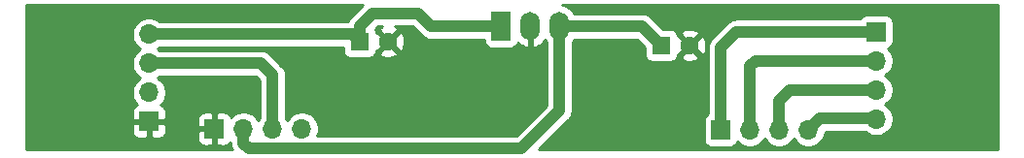
<source format=gbr>
%TF.GenerationSoftware,KiCad,Pcbnew,5.1.9+dfsg1-1*%
%TF.CreationDate,2021-05-21T09:47:45+02:00*%
%TF.ProjectId,single_din_bottom_rev_a,73696e67-6c65-45f6-9469-6e5f626f7474,rev?*%
%TF.SameCoordinates,Original*%
%TF.FileFunction,Copper,L1,Top*%
%TF.FilePolarity,Positive*%
%FSLAX46Y46*%
G04 Gerber Fmt 4.6, Leading zero omitted, Abs format (unit mm)*
G04 Created by KiCad (PCBNEW 5.1.9+dfsg1-1) date 2021-05-21 09:47:45*
%MOMM*%
%LPD*%
G01*
G04 APERTURE LIST*
%TA.AperFunction,ComponentPad*%
%ADD10O,1.700000X2.500000*%
%TD*%
%TA.AperFunction,ComponentPad*%
%ADD11R,1.700000X2.500000*%
%TD*%
%TA.AperFunction,ComponentPad*%
%ADD12O,1.700000X1.700000*%
%TD*%
%TA.AperFunction,ComponentPad*%
%ADD13R,1.700000X1.700000*%
%TD*%
%TA.AperFunction,ComponentPad*%
%ADD14C,1.600000*%
%TD*%
%TA.AperFunction,ComponentPad*%
%ADD15R,1.600000X1.600000*%
%TD*%
%TA.AperFunction,Conductor*%
%ADD16C,1.000000*%
%TD*%
%TA.AperFunction,Conductor*%
%ADD17C,0.250000*%
%TD*%
%TA.AperFunction,Conductor*%
%ADD18C,0.254000*%
%TD*%
%TA.AperFunction,Conductor*%
%ADD19C,0.100000*%
%TD*%
G04 APERTURE END LIST*
D10*
%TO.P,U1,3*%
%TO.N,/Vout*%
X77139800Y-168554400D03*
%TO.P,U1,2*%
%TO.N,GND*%
X74599800Y-168554400D03*
D11*
%TO.P,U1,1*%
%TO.N,/Vin*%
X72059800Y-168554400D03*
%TD*%
D12*
%TO.P,J4,4*%
%TO.N,/IO4*%
X98806000Y-177596800D03*
%TO.P,J4,3*%
%TO.N,/IO3*%
X96266000Y-177596800D03*
%TO.P,J4,2*%
%TO.N,/IO2*%
X93726000Y-177596800D03*
D13*
%TO.P,J4,1*%
%TO.N,/IO1*%
X91186000Y-177596800D03*
%TD*%
D12*
%TO.P,J3,4*%
%TO.N,Net-(J1-Pad2)*%
X54711600Y-177495200D03*
%TO.P,J3,3*%
%TO.N,Net-(J1-Pad3)*%
X52171600Y-177495200D03*
%TO.P,J3,2*%
%TO.N,/Vout*%
X49631600Y-177495200D03*
D13*
%TO.P,J3,1*%
%TO.N,GND*%
X47091600Y-177495200D03*
%TD*%
D12*
%TO.P,J2,4*%
%TO.N,/IO4*%
X104724200Y-176631600D03*
%TO.P,J2,3*%
%TO.N,/IO3*%
X104724200Y-174091600D03*
%TO.P,J2,2*%
%TO.N,/IO2*%
X104724200Y-171551600D03*
D13*
%TO.P,J2,1*%
%TO.N,/IO1*%
X104724200Y-169011600D03*
%TD*%
D12*
%TO.P,J1,4*%
%TO.N,/Vin*%
X41402000Y-169240200D03*
%TO.P,J1,3*%
%TO.N,Net-(J1-Pad3)*%
X41402000Y-171780200D03*
%TO.P,J1,2*%
%TO.N,Net-(J1-Pad2)*%
X41402000Y-174320200D03*
D13*
%TO.P,J1,1*%
%TO.N,GND*%
X41402000Y-176860200D03*
%TD*%
D14*
%TO.P,C2,2*%
%TO.N,GND*%
X88504400Y-170205400D03*
D15*
%TO.P,C2,1*%
%TO.N,/Vout*%
X86004400Y-170205400D03*
%TD*%
D14*
%TO.P,C1,2*%
%TO.N,GND*%
X62240800Y-169875200D03*
D15*
%TO.P,C1,1*%
%TO.N,/Vin*%
X59740800Y-169875200D03*
%TD*%
D16*
%TO.N,/Vin*%
X59105800Y-169240200D02*
X59740800Y-169875200D01*
X41402000Y-169240200D02*
X59105800Y-169240200D01*
X72059800Y-168554400D02*
X65976500Y-168554400D01*
X65976500Y-168554400D02*
X64833500Y-167411400D01*
X64833500Y-167411400D02*
X60871100Y-167411400D01*
X59740800Y-168541700D02*
X59740800Y-169875200D01*
X60871100Y-167411400D02*
X59740800Y-168541700D01*
%TO.N,/Vout*%
X77139800Y-175895000D02*
X77139800Y-168554400D01*
X50076100Y-179209700D02*
X73825100Y-179209700D01*
X73825100Y-179209700D02*
X77139800Y-175895000D01*
X49631600Y-178765200D02*
X50076100Y-179209700D01*
X49631600Y-177495200D02*
X49631600Y-178765200D01*
X84353400Y-168554400D02*
X86004400Y-170205400D01*
X77139800Y-168554400D02*
X84353400Y-168554400D01*
%TO.N,Net-(J1-Pad3)*%
X41402000Y-171780200D02*
X51155600Y-171780200D01*
X52171600Y-172796200D02*
X52171600Y-177495200D01*
X51155600Y-171780200D02*
X52171600Y-172796200D01*
%TO.N,/IO4*%
X98806000Y-177596800D02*
X99796600Y-176606200D01*
D17*
X104698800Y-176606200D02*
X104724200Y-176631600D01*
D16*
X99796600Y-176606200D02*
X104698800Y-176606200D01*
%TO.N,/IO3*%
X96266000Y-177596800D02*
X96266000Y-175006000D01*
X97180400Y-174091600D02*
X104724200Y-174091600D01*
X96266000Y-175006000D02*
X97180400Y-174091600D01*
%TO.N,/IO2*%
X93726000Y-177596800D02*
X93726000Y-172034200D01*
X94208600Y-171551600D02*
X104724200Y-171551600D01*
X93726000Y-172034200D02*
X94208600Y-171551600D01*
%TO.N,/IO1*%
X91186000Y-177596800D02*
X91186000Y-170383200D01*
X92557600Y-169011600D02*
X104724200Y-169011600D01*
X91186000Y-170383200D02*
X92557600Y-169011600D01*
%TD*%
D18*
%TO.N,GND*%
X58977664Y-167699705D02*
X58934351Y-167735251D01*
X58792516Y-167908077D01*
X58699847Y-168081451D01*
X58687153Y-168105200D01*
X42367107Y-168105200D01*
X42348632Y-168086725D01*
X42105411Y-167924210D01*
X41835158Y-167812268D01*
X41548260Y-167755200D01*
X41255740Y-167755200D01*
X40968842Y-167812268D01*
X40698589Y-167924210D01*
X40455368Y-168086725D01*
X40248525Y-168293568D01*
X40086010Y-168536789D01*
X39974068Y-168807042D01*
X39917000Y-169093940D01*
X39917000Y-169386460D01*
X39974068Y-169673358D01*
X40086010Y-169943611D01*
X40248525Y-170186832D01*
X40455368Y-170393675D01*
X40629760Y-170510200D01*
X40455368Y-170626725D01*
X40248525Y-170833568D01*
X40086010Y-171076789D01*
X39974068Y-171347042D01*
X39917000Y-171633940D01*
X39917000Y-171926460D01*
X39974068Y-172213358D01*
X40086010Y-172483611D01*
X40248525Y-172726832D01*
X40455368Y-172933675D01*
X40629760Y-173050200D01*
X40455368Y-173166725D01*
X40248525Y-173373568D01*
X40086010Y-173616789D01*
X39974068Y-173887042D01*
X39917000Y-174173940D01*
X39917000Y-174466460D01*
X39974068Y-174753358D01*
X40086010Y-175023611D01*
X40248525Y-175266832D01*
X40380380Y-175398687D01*
X40307820Y-175420698D01*
X40197506Y-175479663D01*
X40100815Y-175559015D01*
X40021463Y-175655706D01*
X39962498Y-175766020D01*
X39926188Y-175885718D01*
X39913928Y-176010200D01*
X39917000Y-176574450D01*
X40075750Y-176733200D01*
X41275000Y-176733200D01*
X41275000Y-176713200D01*
X41529000Y-176713200D01*
X41529000Y-176733200D01*
X42728250Y-176733200D01*
X42816250Y-176645200D01*
X45603528Y-176645200D01*
X45606600Y-177209450D01*
X45765350Y-177368200D01*
X46964600Y-177368200D01*
X46964600Y-176168950D01*
X46805850Y-176010200D01*
X46241600Y-176007128D01*
X46117118Y-176019388D01*
X45997420Y-176055698D01*
X45887106Y-176114663D01*
X45790415Y-176194015D01*
X45711063Y-176290706D01*
X45652098Y-176401020D01*
X45615788Y-176520718D01*
X45603528Y-176645200D01*
X42816250Y-176645200D01*
X42887000Y-176574450D01*
X42890072Y-176010200D01*
X42877812Y-175885718D01*
X42841502Y-175766020D01*
X42782537Y-175655706D01*
X42703185Y-175559015D01*
X42606494Y-175479663D01*
X42496180Y-175420698D01*
X42423620Y-175398687D01*
X42555475Y-175266832D01*
X42717990Y-175023611D01*
X42829932Y-174753358D01*
X42887000Y-174466460D01*
X42887000Y-174173940D01*
X42829932Y-173887042D01*
X42717990Y-173616789D01*
X42555475Y-173373568D01*
X42348632Y-173166725D01*
X42174240Y-173050200D01*
X42348632Y-172933675D01*
X42367107Y-172915200D01*
X50685469Y-172915200D01*
X51036600Y-173266332D01*
X51036601Y-176530092D01*
X51018125Y-176548568D01*
X50901600Y-176722960D01*
X50785075Y-176548568D01*
X50578232Y-176341725D01*
X50335011Y-176179210D01*
X50064758Y-176067268D01*
X49777860Y-176010200D01*
X49485340Y-176010200D01*
X49198442Y-176067268D01*
X48928189Y-176179210D01*
X48684968Y-176341725D01*
X48553113Y-176473580D01*
X48531102Y-176401020D01*
X48472137Y-176290706D01*
X48392785Y-176194015D01*
X48296094Y-176114663D01*
X48185780Y-176055698D01*
X48066082Y-176019388D01*
X47941600Y-176007128D01*
X47377350Y-176010200D01*
X47218600Y-176168950D01*
X47218600Y-177368200D01*
X47238600Y-177368200D01*
X47238600Y-177622200D01*
X47218600Y-177622200D01*
X47218600Y-178821450D01*
X47377350Y-178980200D01*
X47941600Y-178983272D01*
X48066082Y-178971012D01*
X48185780Y-178934702D01*
X48296094Y-178875737D01*
X48392785Y-178796385D01*
X48472137Y-178699694D01*
X48496600Y-178653928D01*
X48496600Y-178709449D01*
X48491109Y-178765200D01*
X48496600Y-178820951D01*
X48496600Y-178820952D01*
X48513023Y-178987699D01*
X48577924Y-179201647D01*
X48638513Y-179315000D01*
X30685000Y-179315000D01*
X30685000Y-177710200D01*
X39913928Y-177710200D01*
X39926188Y-177834682D01*
X39962498Y-177954380D01*
X40021463Y-178064694D01*
X40100815Y-178161385D01*
X40197506Y-178240737D01*
X40307820Y-178299702D01*
X40427518Y-178336012D01*
X40552000Y-178348272D01*
X41116250Y-178345200D01*
X41275000Y-178186450D01*
X41275000Y-176987200D01*
X41529000Y-176987200D01*
X41529000Y-178186450D01*
X41687750Y-178345200D01*
X42252000Y-178348272D01*
X42283191Y-178345200D01*
X45603528Y-178345200D01*
X45615788Y-178469682D01*
X45652098Y-178589380D01*
X45711063Y-178699694D01*
X45790415Y-178796385D01*
X45887106Y-178875737D01*
X45997420Y-178934702D01*
X46117118Y-178971012D01*
X46241600Y-178983272D01*
X46805850Y-178980200D01*
X46964600Y-178821450D01*
X46964600Y-177622200D01*
X45765350Y-177622200D01*
X45606600Y-177780950D01*
X45603528Y-178345200D01*
X42283191Y-178345200D01*
X42376482Y-178336012D01*
X42496180Y-178299702D01*
X42606494Y-178240737D01*
X42703185Y-178161385D01*
X42782537Y-178064694D01*
X42841502Y-177954380D01*
X42877812Y-177834682D01*
X42890072Y-177710200D01*
X42887000Y-177145950D01*
X42728250Y-176987200D01*
X41529000Y-176987200D01*
X41275000Y-176987200D01*
X40075750Y-176987200D01*
X39917000Y-177145950D01*
X39913928Y-177710200D01*
X30685000Y-177710200D01*
X30685000Y-166685000D01*
X59992367Y-166685000D01*
X58977664Y-167699705D01*
%TA.AperFunction,Conductor*%
D19*
G36*
X58977664Y-167699705D02*
G01*
X58934351Y-167735251D01*
X58792516Y-167908077D01*
X58699847Y-168081451D01*
X58687153Y-168105200D01*
X42367107Y-168105200D01*
X42348632Y-168086725D01*
X42105411Y-167924210D01*
X41835158Y-167812268D01*
X41548260Y-167755200D01*
X41255740Y-167755200D01*
X40968842Y-167812268D01*
X40698589Y-167924210D01*
X40455368Y-168086725D01*
X40248525Y-168293568D01*
X40086010Y-168536789D01*
X39974068Y-168807042D01*
X39917000Y-169093940D01*
X39917000Y-169386460D01*
X39974068Y-169673358D01*
X40086010Y-169943611D01*
X40248525Y-170186832D01*
X40455368Y-170393675D01*
X40629760Y-170510200D01*
X40455368Y-170626725D01*
X40248525Y-170833568D01*
X40086010Y-171076789D01*
X39974068Y-171347042D01*
X39917000Y-171633940D01*
X39917000Y-171926460D01*
X39974068Y-172213358D01*
X40086010Y-172483611D01*
X40248525Y-172726832D01*
X40455368Y-172933675D01*
X40629760Y-173050200D01*
X40455368Y-173166725D01*
X40248525Y-173373568D01*
X40086010Y-173616789D01*
X39974068Y-173887042D01*
X39917000Y-174173940D01*
X39917000Y-174466460D01*
X39974068Y-174753358D01*
X40086010Y-175023611D01*
X40248525Y-175266832D01*
X40380380Y-175398687D01*
X40307820Y-175420698D01*
X40197506Y-175479663D01*
X40100815Y-175559015D01*
X40021463Y-175655706D01*
X39962498Y-175766020D01*
X39926188Y-175885718D01*
X39913928Y-176010200D01*
X39917000Y-176574450D01*
X40075750Y-176733200D01*
X41275000Y-176733200D01*
X41275000Y-176713200D01*
X41529000Y-176713200D01*
X41529000Y-176733200D01*
X42728250Y-176733200D01*
X42816250Y-176645200D01*
X45603528Y-176645200D01*
X45606600Y-177209450D01*
X45765350Y-177368200D01*
X46964600Y-177368200D01*
X46964600Y-176168950D01*
X46805850Y-176010200D01*
X46241600Y-176007128D01*
X46117118Y-176019388D01*
X45997420Y-176055698D01*
X45887106Y-176114663D01*
X45790415Y-176194015D01*
X45711063Y-176290706D01*
X45652098Y-176401020D01*
X45615788Y-176520718D01*
X45603528Y-176645200D01*
X42816250Y-176645200D01*
X42887000Y-176574450D01*
X42890072Y-176010200D01*
X42877812Y-175885718D01*
X42841502Y-175766020D01*
X42782537Y-175655706D01*
X42703185Y-175559015D01*
X42606494Y-175479663D01*
X42496180Y-175420698D01*
X42423620Y-175398687D01*
X42555475Y-175266832D01*
X42717990Y-175023611D01*
X42829932Y-174753358D01*
X42887000Y-174466460D01*
X42887000Y-174173940D01*
X42829932Y-173887042D01*
X42717990Y-173616789D01*
X42555475Y-173373568D01*
X42348632Y-173166725D01*
X42174240Y-173050200D01*
X42348632Y-172933675D01*
X42367107Y-172915200D01*
X50685469Y-172915200D01*
X51036600Y-173266332D01*
X51036601Y-176530092D01*
X51018125Y-176548568D01*
X50901600Y-176722960D01*
X50785075Y-176548568D01*
X50578232Y-176341725D01*
X50335011Y-176179210D01*
X50064758Y-176067268D01*
X49777860Y-176010200D01*
X49485340Y-176010200D01*
X49198442Y-176067268D01*
X48928189Y-176179210D01*
X48684968Y-176341725D01*
X48553113Y-176473580D01*
X48531102Y-176401020D01*
X48472137Y-176290706D01*
X48392785Y-176194015D01*
X48296094Y-176114663D01*
X48185780Y-176055698D01*
X48066082Y-176019388D01*
X47941600Y-176007128D01*
X47377350Y-176010200D01*
X47218600Y-176168950D01*
X47218600Y-177368200D01*
X47238600Y-177368200D01*
X47238600Y-177622200D01*
X47218600Y-177622200D01*
X47218600Y-178821450D01*
X47377350Y-178980200D01*
X47941600Y-178983272D01*
X48066082Y-178971012D01*
X48185780Y-178934702D01*
X48296094Y-178875737D01*
X48392785Y-178796385D01*
X48472137Y-178699694D01*
X48496600Y-178653928D01*
X48496600Y-178709449D01*
X48491109Y-178765200D01*
X48496600Y-178820951D01*
X48496600Y-178820952D01*
X48513023Y-178987699D01*
X48577924Y-179201647D01*
X48638513Y-179315000D01*
X30685000Y-179315000D01*
X30685000Y-177710200D01*
X39913928Y-177710200D01*
X39926188Y-177834682D01*
X39962498Y-177954380D01*
X40021463Y-178064694D01*
X40100815Y-178161385D01*
X40197506Y-178240737D01*
X40307820Y-178299702D01*
X40427518Y-178336012D01*
X40552000Y-178348272D01*
X41116250Y-178345200D01*
X41275000Y-178186450D01*
X41275000Y-176987200D01*
X41529000Y-176987200D01*
X41529000Y-178186450D01*
X41687750Y-178345200D01*
X42252000Y-178348272D01*
X42283191Y-178345200D01*
X45603528Y-178345200D01*
X45615788Y-178469682D01*
X45652098Y-178589380D01*
X45711063Y-178699694D01*
X45790415Y-178796385D01*
X45887106Y-178875737D01*
X45997420Y-178934702D01*
X46117118Y-178971012D01*
X46241600Y-178983272D01*
X46805850Y-178980200D01*
X46964600Y-178821450D01*
X46964600Y-177622200D01*
X45765350Y-177622200D01*
X45606600Y-177780950D01*
X45603528Y-178345200D01*
X42283191Y-178345200D01*
X42376482Y-178336012D01*
X42496180Y-178299702D01*
X42606494Y-178240737D01*
X42703185Y-178161385D01*
X42782537Y-178064694D01*
X42841502Y-177954380D01*
X42877812Y-177834682D01*
X42890072Y-177710200D01*
X42887000Y-177145950D01*
X42728250Y-176987200D01*
X41529000Y-176987200D01*
X41275000Y-176987200D01*
X40075750Y-176987200D01*
X39917000Y-177145950D01*
X39913928Y-177710200D01*
X30685000Y-177710200D01*
X30685000Y-166685000D01*
X59992367Y-166685000D01*
X58977664Y-167699705D01*
G37*
%TD.AperFunction*%
D18*
X115315001Y-179315000D02*
X75324931Y-179315000D01*
X77893132Y-176746800D01*
X89697928Y-176746800D01*
X89697928Y-178446800D01*
X89710188Y-178571282D01*
X89746498Y-178690980D01*
X89805463Y-178801294D01*
X89884815Y-178897985D01*
X89981506Y-178977337D01*
X90091820Y-179036302D01*
X90211518Y-179072612D01*
X90336000Y-179084872D01*
X92036000Y-179084872D01*
X92160482Y-179072612D01*
X92280180Y-179036302D01*
X92390494Y-178977337D01*
X92487185Y-178897985D01*
X92566537Y-178801294D01*
X92625502Y-178690980D01*
X92647513Y-178618420D01*
X92779368Y-178750275D01*
X93022589Y-178912790D01*
X93292842Y-179024732D01*
X93579740Y-179081800D01*
X93872260Y-179081800D01*
X94159158Y-179024732D01*
X94429411Y-178912790D01*
X94672632Y-178750275D01*
X94879475Y-178543432D01*
X94996000Y-178369040D01*
X95112525Y-178543432D01*
X95319368Y-178750275D01*
X95562589Y-178912790D01*
X95832842Y-179024732D01*
X96119740Y-179081800D01*
X96412260Y-179081800D01*
X96699158Y-179024732D01*
X96969411Y-178912790D01*
X97212632Y-178750275D01*
X97419475Y-178543432D01*
X97536000Y-178369040D01*
X97652525Y-178543432D01*
X97859368Y-178750275D01*
X98102589Y-178912790D01*
X98372842Y-179024732D01*
X98659740Y-179081800D01*
X98952260Y-179081800D01*
X99239158Y-179024732D01*
X99509411Y-178912790D01*
X99752632Y-178750275D01*
X99959475Y-178543432D01*
X100121990Y-178300211D01*
X100233932Y-178029958D01*
X100291000Y-177743060D01*
X100291000Y-177741200D01*
X103733693Y-177741200D01*
X103777568Y-177785075D01*
X104020789Y-177947590D01*
X104291042Y-178059532D01*
X104577940Y-178116600D01*
X104870460Y-178116600D01*
X105157358Y-178059532D01*
X105427611Y-177947590D01*
X105670832Y-177785075D01*
X105877675Y-177578232D01*
X106040190Y-177335011D01*
X106152132Y-177064758D01*
X106209200Y-176777860D01*
X106209200Y-176485340D01*
X106152132Y-176198442D01*
X106040190Y-175928189D01*
X105877675Y-175684968D01*
X105670832Y-175478125D01*
X105496440Y-175361600D01*
X105670832Y-175245075D01*
X105877675Y-175038232D01*
X106040190Y-174795011D01*
X106152132Y-174524758D01*
X106209200Y-174237860D01*
X106209200Y-173945340D01*
X106152132Y-173658442D01*
X106040190Y-173388189D01*
X105877675Y-173144968D01*
X105670832Y-172938125D01*
X105496440Y-172821600D01*
X105670832Y-172705075D01*
X105877675Y-172498232D01*
X106040190Y-172255011D01*
X106152132Y-171984758D01*
X106209200Y-171697860D01*
X106209200Y-171405340D01*
X106152132Y-171118442D01*
X106040190Y-170848189D01*
X105877675Y-170604968D01*
X105745820Y-170473113D01*
X105818380Y-170451102D01*
X105928694Y-170392137D01*
X106025385Y-170312785D01*
X106104737Y-170216094D01*
X106163702Y-170105780D01*
X106200012Y-169986082D01*
X106212272Y-169861600D01*
X106212272Y-168161600D01*
X106200012Y-168037118D01*
X106163702Y-167917420D01*
X106104737Y-167807106D01*
X106025385Y-167710415D01*
X105928694Y-167631063D01*
X105818380Y-167572098D01*
X105698682Y-167535788D01*
X105574200Y-167523528D01*
X103874200Y-167523528D01*
X103749718Y-167535788D01*
X103630020Y-167572098D01*
X103519706Y-167631063D01*
X103423015Y-167710415D01*
X103343663Y-167807106D01*
X103306517Y-167876600D01*
X92613341Y-167876600D01*
X92557599Y-167871110D01*
X92501857Y-167876600D01*
X92501848Y-167876600D01*
X92335101Y-167893023D01*
X92121153Y-167957924D01*
X91923977Y-168063316D01*
X91751151Y-168205151D01*
X91715608Y-168248460D01*
X90422860Y-169541209D01*
X90379552Y-169576751D01*
X90237717Y-169749577D01*
X90224265Y-169774744D01*
X90132324Y-169946754D01*
X90067423Y-170160702D01*
X90045509Y-170383200D01*
X90051001Y-170438961D01*
X90051000Y-176179117D01*
X89981506Y-176216263D01*
X89884815Y-176295615D01*
X89805463Y-176392306D01*
X89746498Y-176502620D01*
X89710188Y-176622318D01*
X89697928Y-176746800D01*
X77893132Y-176746800D01*
X77902946Y-176736987D01*
X77946249Y-176701449D01*
X77988335Y-176650168D01*
X78088084Y-176528623D01*
X78193476Y-176331447D01*
X78258377Y-176117499D01*
X78272650Y-175972577D01*
X78274800Y-175950752D01*
X78274800Y-175950751D01*
X78280291Y-175895000D01*
X78274800Y-175839248D01*
X78274800Y-169912217D01*
X78380506Y-169783414D01*
X78430757Y-169689400D01*
X83883269Y-169689400D01*
X84566328Y-170372460D01*
X84566328Y-171005400D01*
X84578588Y-171129882D01*
X84614898Y-171249580D01*
X84673863Y-171359894D01*
X84753215Y-171456585D01*
X84849906Y-171535937D01*
X84960220Y-171594902D01*
X85079918Y-171631212D01*
X85204400Y-171643472D01*
X86804400Y-171643472D01*
X86928882Y-171631212D01*
X87048580Y-171594902D01*
X87158894Y-171535937D01*
X87255585Y-171456585D01*
X87334937Y-171359894D01*
X87393902Y-171249580D01*
X87409517Y-171198102D01*
X87691303Y-171198102D01*
X87762886Y-171442071D01*
X88018396Y-171562971D01*
X88292584Y-171631700D01*
X88574912Y-171645617D01*
X88854530Y-171604187D01*
X89120692Y-171509003D01*
X89245914Y-171442071D01*
X89317497Y-171198102D01*
X88504400Y-170385005D01*
X87691303Y-171198102D01*
X87409517Y-171198102D01*
X87430212Y-171129882D01*
X87442472Y-171005400D01*
X87442472Y-170998185D01*
X87511698Y-171018497D01*
X88324795Y-170205400D01*
X88684005Y-170205400D01*
X89497102Y-171018497D01*
X89741071Y-170946914D01*
X89861971Y-170691404D01*
X89930700Y-170417216D01*
X89944617Y-170134888D01*
X89903187Y-169855270D01*
X89808003Y-169589108D01*
X89741071Y-169463886D01*
X89497102Y-169392303D01*
X88684005Y-170205400D01*
X88324795Y-170205400D01*
X87511698Y-169392303D01*
X87442472Y-169412615D01*
X87442472Y-169405400D01*
X87430212Y-169280918D01*
X87409518Y-169212698D01*
X87691303Y-169212698D01*
X88504400Y-170025795D01*
X89317497Y-169212698D01*
X89245914Y-168968729D01*
X88990404Y-168847829D01*
X88716216Y-168779100D01*
X88433888Y-168765183D01*
X88154270Y-168806613D01*
X87888108Y-168901797D01*
X87762886Y-168968729D01*
X87691303Y-169212698D01*
X87409518Y-169212698D01*
X87393902Y-169161220D01*
X87334937Y-169050906D01*
X87255585Y-168954215D01*
X87158894Y-168874863D01*
X87048580Y-168815898D01*
X86928882Y-168779588D01*
X86804400Y-168767328D01*
X86171460Y-168767328D01*
X85195395Y-167791264D01*
X85159849Y-167747951D01*
X84987023Y-167606116D01*
X84789847Y-167500724D01*
X84575899Y-167435823D01*
X84409152Y-167419400D01*
X84409151Y-167419400D01*
X84353400Y-167413909D01*
X84297649Y-167419400D01*
X78430757Y-167419400D01*
X78380506Y-167325386D01*
X78194934Y-167099266D01*
X77968813Y-166913694D01*
X77710833Y-166775801D01*
X77430910Y-166690887D01*
X77371139Y-166685000D01*
X115315000Y-166685000D01*
X115315001Y-179315000D01*
%TA.AperFunction,Conductor*%
D19*
G36*
X115315001Y-179315000D02*
G01*
X75324931Y-179315000D01*
X77893132Y-176746800D01*
X89697928Y-176746800D01*
X89697928Y-178446800D01*
X89710188Y-178571282D01*
X89746498Y-178690980D01*
X89805463Y-178801294D01*
X89884815Y-178897985D01*
X89981506Y-178977337D01*
X90091820Y-179036302D01*
X90211518Y-179072612D01*
X90336000Y-179084872D01*
X92036000Y-179084872D01*
X92160482Y-179072612D01*
X92280180Y-179036302D01*
X92390494Y-178977337D01*
X92487185Y-178897985D01*
X92566537Y-178801294D01*
X92625502Y-178690980D01*
X92647513Y-178618420D01*
X92779368Y-178750275D01*
X93022589Y-178912790D01*
X93292842Y-179024732D01*
X93579740Y-179081800D01*
X93872260Y-179081800D01*
X94159158Y-179024732D01*
X94429411Y-178912790D01*
X94672632Y-178750275D01*
X94879475Y-178543432D01*
X94996000Y-178369040D01*
X95112525Y-178543432D01*
X95319368Y-178750275D01*
X95562589Y-178912790D01*
X95832842Y-179024732D01*
X96119740Y-179081800D01*
X96412260Y-179081800D01*
X96699158Y-179024732D01*
X96969411Y-178912790D01*
X97212632Y-178750275D01*
X97419475Y-178543432D01*
X97536000Y-178369040D01*
X97652525Y-178543432D01*
X97859368Y-178750275D01*
X98102589Y-178912790D01*
X98372842Y-179024732D01*
X98659740Y-179081800D01*
X98952260Y-179081800D01*
X99239158Y-179024732D01*
X99509411Y-178912790D01*
X99752632Y-178750275D01*
X99959475Y-178543432D01*
X100121990Y-178300211D01*
X100233932Y-178029958D01*
X100291000Y-177743060D01*
X100291000Y-177741200D01*
X103733693Y-177741200D01*
X103777568Y-177785075D01*
X104020789Y-177947590D01*
X104291042Y-178059532D01*
X104577940Y-178116600D01*
X104870460Y-178116600D01*
X105157358Y-178059532D01*
X105427611Y-177947590D01*
X105670832Y-177785075D01*
X105877675Y-177578232D01*
X106040190Y-177335011D01*
X106152132Y-177064758D01*
X106209200Y-176777860D01*
X106209200Y-176485340D01*
X106152132Y-176198442D01*
X106040190Y-175928189D01*
X105877675Y-175684968D01*
X105670832Y-175478125D01*
X105496440Y-175361600D01*
X105670832Y-175245075D01*
X105877675Y-175038232D01*
X106040190Y-174795011D01*
X106152132Y-174524758D01*
X106209200Y-174237860D01*
X106209200Y-173945340D01*
X106152132Y-173658442D01*
X106040190Y-173388189D01*
X105877675Y-173144968D01*
X105670832Y-172938125D01*
X105496440Y-172821600D01*
X105670832Y-172705075D01*
X105877675Y-172498232D01*
X106040190Y-172255011D01*
X106152132Y-171984758D01*
X106209200Y-171697860D01*
X106209200Y-171405340D01*
X106152132Y-171118442D01*
X106040190Y-170848189D01*
X105877675Y-170604968D01*
X105745820Y-170473113D01*
X105818380Y-170451102D01*
X105928694Y-170392137D01*
X106025385Y-170312785D01*
X106104737Y-170216094D01*
X106163702Y-170105780D01*
X106200012Y-169986082D01*
X106212272Y-169861600D01*
X106212272Y-168161600D01*
X106200012Y-168037118D01*
X106163702Y-167917420D01*
X106104737Y-167807106D01*
X106025385Y-167710415D01*
X105928694Y-167631063D01*
X105818380Y-167572098D01*
X105698682Y-167535788D01*
X105574200Y-167523528D01*
X103874200Y-167523528D01*
X103749718Y-167535788D01*
X103630020Y-167572098D01*
X103519706Y-167631063D01*
X103423015Y-167710415D01*
X103343663Y-167807106D01*
X103306517Y-167876600D01*
X92613341Y-167876600D01*
X92557599Y-167871110D01*
X92501857Y-167876600D01*
X92501848Y-167876600D01*
X92335101Y-167893023D01*
X92121153Y-167957924D01*
X91923977Y-168063316D01*
X91751151Y-168205151D01*
X91715608Y-168248460D01*
X90422860Y-169541209D01*
X90379552Y-169576751D01*
X90237717Y-169749577D01*
X90224265Y-169774744D01*
X90132324Y-169946754D01*
X90067423Y-170160702D01*
X90045509Y-170383200D01*
X90051001Y-170438961D01*
X90051000Y-176179117D01*
X89981506Y-176216263D01*
X89884815Y-176295615D01*
X89805463Y-176392306D01*
X89746498Y-176502620D01*
X89710188Y-176622318D01*
X89697928Y-176746800D01*
X77893132Y-176746800D01*
X77902946Y-176736987D01*
X77946249Y-176701449D01*
X77988335Y-176650168D01*
X78088084Y-176528623D01*
X78193476Y-176331447D01*
X78258377Y-176117499D01*
X78272650Y-175972577D01*
X78274800Y-175950752D01*
X78274800Y-175950751D01*
X78280291Y-175895000D01*
X78274800Y-175839248D01*
X78274800Y-169912217D01*
X78380506Y-169783414D01*
X78430757Y-169689400D01*
X83883269Y-169689400D01*
X84566328Y-170372460D01*
X84566328Y-171005400D01*
X84578588Y-171129882D01*
X84614898Y-171249580D01*
X84673863Y-171359894D01*
X84753215Y-171456585D01*
X84849906Y-171535937D01*
X84960220Y-171594902D01*
X85079918Y-171631212D01*
X85204400Y-171643472D01*
X86804400Y-171643472D01*
X86928882Y-171631212D01*
X87048580Y-171594902D01*
X87158894Y-171535937D01*
X87255585Y-171456585D01*
X87334937Y-171359894D01*
X87393902Y-171249580D01*
X87409517Y-171198102D01*
X87691303Y-171198102D01*
X87762886Y-171442071D01*
X88018396Y-171562971D01*
X88292584Y-171631700D01*
X88574912Y-171645617D01*
X88854530Y-171604187D01*
X89120692Y-171509003D01*
X89245914Y-171442071D01*
X89317497Y-171198102D01*
X88504400Y-170385005D01*
X87691303Y-171198102D01*
X87409517Y-171198102D01*
X87430212Y-171129882D01*
X87442472Y-171005400D01*
X87442472Y-170998185D01*
X87511698Y-171018497D01*
X88324795Y-170205400D01*
X88684005Y-170205400D01*
X89497102Y-171018497D01*
X89741071Y-170946914D01*
X89861971Y-170691404D01*
X89930700Y-170417216D01*
X89944617Y-170134888D01*
X89903187Y-169855270D01*
X89808003Y-169589108D01*
X89741071Y-169463886D01*
X89497102Y-169392303D01*
X88684005Y-170205400D01*
X88324795Y-170205400D01*
X87511698Y-169392303D01*
X87442472Y-169412615D01*
X87442472Y-169405400D01*
X87430212Y-169280918D01*
X87409518Y-169212698D01*
X87691303Y-169212698D01*
X88504400Y-170025795D01*
X89317497Y-169212698D01*
X89245914Y-168968729D01*
X88990404Y-168847829D01*
X88716216Y-168779100D01*
X88433888Y-168765183D01*
X88154270Y-168806613D01*
X87888108Y-168901797D01*
X87762886Y-168968729D01*
X87691303Y-169212698D01*
X87409518Y-169212698D01*
X87393902Y-169161220D01*
X87334937Y-169050906D01*
X87255585Y-168954215D01*
X87158894Y-168874863D01*
X87048580Y-168815898D01*
X86928882Y-168779588D01*
X86804400Y-168767328D01*
X86171460Y-168767328D01*
X85195395Y-167791264D01*
X85159849Y-167747951D01*
X84987023Y-167606116D01*
X84789847Y-167500724D01*
X84575899Y-167435823D01*
X84409152Y-167419400D01*
X84409151Y-167419400D01*
X84353400Y-167413909D01*
X84297649Y-167419400D01*
X78430757Y-167419400D01*
X78380506Y-167325386D01*
X78194934Y-167099266D01*
X77968813Y-166913694D01*
X77710833Y-166775801D01*
X77430910Y-166690887D01*
X77371139Y-166685000D01*
X115315000Y-166685000D01*
X115315001Y-179315000D01*
G37*
%TD.AperFunction*%
D18*
X74726800Y-168427400D02*
X74746800Y-168427400D01*
X74746800Y-168681400D01*
X74726800Y-168681400D01*
X74726800Y-170274555D01*
X74956690Y-170395876D01*
X75050753Y-170374963D01*
X75319226Y-170259691D01*
X75560052Y-170094257D01*
X75763976Y-169885019D01*
X75867905Y-169725063D01*
X75899094Y-169783414D01*
X76004801Y-169912218D01*
X76004800Y-175424867D01*
X73354969Y-178074700D01*
X56078915Y-178074700D01*
X56139532Y-177928358D01*
X56196600Y-177641460D01*
X56196600Y-177348940D01*
X56139532Y-177062042D01*
X56027590Y-176791789D01*
X55865075Y-176548568D01*
X55658232Y-176341725D01*
X55415011Y-176179210D01*
X55144758Y-176067268D01*
X54857860Y-176010200D01*
X54565340Y-176010200D01*
X54278442Y-176067268D01*
X54008189Y-176179210D01*
X53764968Y-176341725D01*
X53558125Y-176548568D01*
X53441600Y-176722960D01*
X53325075Y-176548568D01*
X53306600Y-176530093D01*
X53306600Y-172851951D01*
X53312091Y-172796200D01*
X53290177Y-172573701D01*
X53225276Y-172359753D01*
X53170192Y-172256698D01*
X53119884Y-172162577D01*
X52978049Y-171989751D01*
X52934740Y-171954208D01*
X51997596Y-171017064D01*
X51962049Y-170973751D01*
X51789223Y-170831916D01*
X51592047Y-170726524D01*
X51378099Y-170661623D01*
X51211352Y-170645200D01*
X51211351Y-170645200D01*
X51155600Y-170639709D01*
X51099849Y-170645200D01*
X42367107Y-170645200D01*
X42348632Y-170626725D01*
X42174240Y-170510200D01*
X42348632Y-170393675D01*
X42367107Y-170375200D01*
X58302728Y-170375200D01*
X58302728Y-170675200D01*
X58314988Y-170799682D01*
X58351298Y-170919380D01*
X58410263Y-171029694D01*
X58489615Y-171126385D01*
X58586306Y-171205737D01*
X58696620Y-171264702D01*
X58816318Y-171301012D01*
X58940800Y-171313272D01*
X60540800Y-171313272D01*
X60665282Y-171301012D01*
X60784980Y-171264702D01*
X60895294Y-171205737D01*
X60991985Y-171126385D01*
X61071337Y-171029694D01*
X61130302Y-170919380D01*
X61145917Y-170867902D01*
X61427703Y-170867902D01*
X61499286Y-171111871D01*
X61754796Y-171232771D01*
X62028984Y-171301500D01*
X62311312Y-171315417D01*
X62590930Y-171273987D01*
X62857092Y-171178803D01*
X62982314Y-171111871D01*
X63053897Y-170867902D01*
X62240800Y-170054805D01*
X61427703Y-170867902D01*
X61145917Y-170867902D01*
X61166612Y-170799682D01*
X61178872Y-170675200D01*
X61178872Y-170667985D01*
X61248098Y-170688297D01*
X62061195Y-169875200D01*
X62420405Y-169875200D01*
X63233502Y-170688297D01*
X63477471Y-170616714D01*
X63598371Y-170361204D01*
X63667100Y-170087016D01*
X63681017Y-169804688D01*
X63639587Y-169525070D01*
X63544403Y-169258908D01*
X63477471Y-169133686D01*
X63233502Y-169062103D01*
X62420405Y-169875200D01*
X62061195Y-169875200D01*
X61248098Y-169062103D01*
X61178872Y-169082415D01*
X61178872Y-169075200D01*
X61166612Y-168950718D01*
X61130302Y-168831020D01*
X61104634Y-168782998D01*
X61341232Y-168546400D01*
X61694966Y-168546400D01*
X61624508Y-168571597D01*
X61499286Y-168638529D01*
X61427703Y-168882498D01*
X62240800Y-169695595D01*
X63053897Y-168882498D01*
X62982314Y-168638529D01*
X62787609Y-168546400D01*
X64363369Y-168546400D01*
X65134508Y-169317540D01*
X65170051Y-169360849D01*
X65342877Y-169502684D01*
X65472142Y-169571777D01*
X65540053Y-169608076D01*
X65754001Y-169672977D01*
X65976499Y-169694891D01*
X66032251Y-169689400D01*
X70571728Y-169689400D01*
X70571728Y-169804400D01*
X70583988Y-169928882D01*
X70620298Y-170048580D01*
X70679263Y-170158894D01*
X70758615Y-170255585D01*
X70855306Y-170334937D01*
X70965620Y-170393902D01*
X71085318Y-170430212D01*
X71209800Y-170442472D01*
X72909800Y-170442472D01*
X73034282Y-170430212D01*
X73153980Y-170393902D01*
X73264294Y-170334937D01*
X73360985Y-170255585D01*
X73440337Y-170158894D01*
X73499302Y-170048580D01*
X73522025Y-169973672D01*
X73639548Y-170094257D01*
X73880374Y-170259691D01*
X74148847Y-170374963D01*
X74242910Y-170395876D01*
X74472800Y-170274555D01*
X74472800Y-168681400D01*
X74452800Y-168681400D01*
X74452800Y-168427400D01*
X74472800Y-168427400D01*
X74472800Y-168407400D01*
X74726800Y-168407400D01*
X74726800Y-168427400D01*
%TA.AperFunction,Conductor*%
D19*
G36*
X74726800Y-168427400D02*
G01*
X74746800Y-168427400D01*
X74746800Y-168681400D01*
X74726800Y-168681400D01*
X74726800Y-170274555D01*
X74956690Y-170395876D01*
X75050753Y-170374963D01*
X75319226Y-170259691D01*
X75560052Y-170094257D01*
X75763976Y-169885019D01*
X75867905Y-169725063D01*
X75899094Y-169783414D01*
X76004801Y-169912218D01*
X76004800Y-175424867D01*
X73354969Y-178074700D01*
X56078915Y-178074700D01*
X56139532Y-177928358D01*
X56196600Y-177641460D01*
X56196600Y-177348940D01*
X56139532Y-177062042D01*
X56027590Y-176791789D01*
X55865075Y-176548568D01*
X55658232Y-176341725D01*
X55415011Y-176179210D01*
X55144758Y-176067268D01*
X54857860Y-176010200D01*
X54565340Y-176010200D01*
X54278442Y-176067268D01*
X54008189Y-176179210D01*
X53764968Y-176341725D01*
X53558125Y-176548568D01*
X53441600Y-176722960D01*
X53325075Y-176548568D01*
X53306600Y-176530093D01*
X53306600Y-172851951D01*
X53312091Y-172796200D01*
X53290177Y-172573701D01*
X53225276Y-172359753D01*
X53170192Y-172256698D01*
X53119884Y-172162577D01*
X52978049Y-171989751D01*
X52934740Y-171954208D01*
X51997596Y-171017064D01*
X51962049Y-170973751D01*
X51789223Y-170831916D01*
X51592047Y-170726524D01*
X51378099Y-170661623D01*
X51211352Y-170645200D01*
X51211351Y-170645200D01*
X51155600Y-170639709D01*
X51099849Y-170645200D01*
X42367107Y-170645200D01*
X42348632Y-170626725D01*
X42174240Y-170510200D01*
X42348632Y-170393675D01*
X42367107Y-170375200D01*
X58302728Y-170375200D01*
X58302728Y-170675200D01*
X58314988Y-170799682D01*
X58351298Y-170919380D01*
X58410263Y-171029694D01*
X58489615Y-171126385D01*
X58586306Y-171205737D01*
X58696620Y-171264702D01*
X58816318Y-171301012D01*
X58940800Y-171313272D01*
X60540800Y-171313272D01*
X60665282Y-171301012D01*
X60784980Y-171264702D01*
X60895294Y-171205737D01*
X60991985Y-171126385D01*
X61071337Y-171029694D01*
X61130302Y-170919380D01*
X61145917Y-170867902D01*
X61427703Y-170867902D01*
X61499286Y-171111871D01*
X61754796Y-171232771D01*
X62028984Y-171301500D01*
X62311312Y-171315417D01*
X62590930Y-171273987D01*
X62857092Y-171178803D01*
X62982314Y-171111871D01*
X63053897Y-170867902D01*
X62240800Y-170054805D01*
X61427703Y-170867902D01*
X61145917Y-170867902D01*
X61166612Y-170799682D01*
X61178872Y-170675200D01*
X61178872Y-170667985D01*
X61248098Y-170688297D01*
X62061195Y-169875200D01*
X62420405Y-169875200D01*
X63233502Y-170688297D01*
X63477471Y-170616714D01*
X63598371Y-170361204D01*
X63667100Y-170087016D01*
X63681017Y-169804688D01*
X63639587Y-169525070D01*
X63544403Y-169258908D01*
X63477471Y-169133686D01*
X63233502Y-169062103D01*
X62420405Y-169875200D01*
X62061195Y-169875200D01*
X61248098Y-169062103D01*
X61178872Y-169082415D01*
X61178872Y-169075200D01*
X61166612Y-168950718D01*
X61130302Y-168831020D01*
X61104634Y-168782998D01*
X61341232Y-168546400D01*
X61694966Y-168546400D01*
X61624508Y-168571597D01*
X61499286Y-168638529D01*
X61427703Y-168882498D01*
X62240800Y-169695595D01*
X63053897Y-168882498D01*
X62982314Y-168638529D01*
X62787609Y-168546400D01*
X64363369Y-168546400D01*
X65134508Y-169317540D01*
X65170051Y-169360849D01*
X65342877Y-169502684D01*
X65472142Y-169571777D01*
X65540053Y-169608076D01*
X65754001Y-169672977D01*
X65976499Y-169694891D01*
X66032251Y-169689400D01*
X70571728Y-169689400D01*
X70571728Y-169804400D01*
X70583988Y-169928882D01*
X70620298Y-170048580D01*
X70679263Y-170158894D01*
X70758615Y-170255585D01*
X70855306Y-170334937D01*
X70965620Y-170393902D01*
X71085318Y-170430212D01*
X71209800Y-170442472D01*
X72909800Y-170442472D01*
X73034282Y-170430212D01*
X73153980Y-170393902D01*
X73264294Y-170334937D01*
X73360985Y-170255585D01*
X73440337Y-170158894D01*
X73499302Y-170048580D01*
X73522025Y-169973672D01*
X73639548Y-170094257D01*
X73880374Y-170259691D01*
X74148847Y-170374963D01*
X74242910Y-170395876D01*
X74472800Y-170274555D01*
X74472800Y-168681400D01*
X74452800Y-168681400D01*
X74452800Y-168427400D01*
X74472800Y-168427400D01*
X74472800Y-168407400D01*
X74726800Y-168407400D01*
X74726800Y-168427400D01*
G37*
%TD.AperFunction*%
%TD*%
D18*
%TO.N,GND*%
X58977664Y-167699705D02*
X58934351Y-167735251D01*
X58792516Y-167908077D01*
X58699847Y-168081451D01*
X58687153Y-168105200D01*
X42367107Y-168105200D01*
X42348632Y-168086725D01*
X42105411Y-167924210D01*
X41835158Y-167812268D01*
X41548260Y-167755200D01*
X41255740Y-167755200D01*
X40968842Y-167812268D01*
X40698589Y-167924210D01*
X40455368Y-168086725D01*
X40248525Y-168293568D01*
X40086010Y-168536789D01*
X39974068Y-168807042D01*
X39917000Y-169093940D01*
X39917000Y-169386460D01*
X39974068Y-169673358D01*
X40086010Y-169943611D01*
X40248525Y-170186832D01*
X40455368Y-170393675D01*
X40629760Y-170510200D01*
X40455368Y-170626725D01*
X40248525Y-170833568D01*
X40086010Y-171076789D01*
X39974068Y-171347042D01*
X39917000Y-171633940D01*
X39917000Y-171926460D01*
X39974068Y-172213358D01*
X40086010Y-172483611D01*
X40248525Y-172726832D01*
X40455368Y-172933675D01*
X40629760Y-173050200D01*
X40455368Y-173166725D01*
X40248525Y-173373568D01*
X40086010Y-173616789D01*
X39974068Y-173887042D01*
X39917000Y-174173940D01*
X39917000Y-174466460D01*
X39974068Y-174753358D01*
X40086010Y-175023611D01*
X40248525Y-175266832D01*
X40380380Y-175398687D01*
X40307820Y-175420698D01*
X40197506Y-175479663D01*
X40100815Y-175559015D01*
X40021463Y-175655706D01*
X39962498Y-175766020D01*
X39926188Y-175885718D01*
X39913928Y-176010200D01*
X39917000Y-176574450D01*
X40075750Y-176733200D01*
X41275000Y-176733200D01*
X41275000Y-176713200D01*
X41529000Y-176713200D01*
X41529000Y-176733200D01*
X42728250Y-176733200D01*
X42816250Y-176645200D01*
X45603528Y-176645200D01*
X45606600Y-177209450D01*
X45765350Y-177368200D01*
X46964600Y-177368200D01*
X46964600Y-176168950D01*
X46805850Y-176010200D01*
X46241600Y-176007128D01*
X46117118Y-176019388D01*
X45997420Y-176055698D01*
X45887106Y-176114663D01*
X45790415Y-176194015D01*
X45711063Y-176290706D01*
X45652098Y-176401020D01*
X45615788Y-176520718D01*
X45603528Y-176645200D01*
X42816250Y-176645200D01*
X42887000Y-176574450D01*
X42890072Y-176010200D01*
X42877812Y-175885718D01*
X42841502Y-175766020D01*
X42782537Y-175655706D01*
X42703185Y-175559015D01*
X42606494Y-175479663D01*
X42496180Y-175420698D01*
X42423620Y-175398687D01*
X42555475Y-175266832D01*
X42717990Y-175023611D01*
X42829932Y-174753358D01*
X42887000Y-174466460D01*
X42887000Y-174173940D01*
X42829932Y-173887042D01*
X42717990Y-173616789D01*
X42555475Y-173373568D01*
X42348632Y-173166725D01*
X42174240Y-173050200D01*
X42348632Y-172933675D01*
X42367107Y-172915200D01*
X50685469Y-172915200D01*
X51036600Y-173266332D01*
X51036601Y-176530092D01*
X51018125Y-176548568D01*
X50901600Y-176722960D01*
X50785075Y-176548568D01*
X50578232Y-176341725D01*
X50335011Y-176179210D01*
X50064758Y-176067268D01*
X49777860Y-176010200D01*
X49485340Y-176010200D01*
X49198442Y-176067268D01*
X48928189Y-176179210D01*
X48684968Y-176341725D01*
X48553113Y-176473580D01*
X48531102Y-176401020D01*
X48472137Y-176290706D01*
X48392785Y-176194015D01*
X48296094Y-176114663D01*
X48185780Y-176055698D01*
X48066082Y-176019388D01*
X47941600Y-176007128D01*
X47377350Y-176010200D01*
X47218600Y-176168950D01*
X47218600Y-177368200D01*
X47238600Y-177368200D01*
X47238600Y-177622200D01*
X47218600Y-177622200D01*
X47218600Y-178821450D01*
X47377350Y-178980200D01*
X47941600Y-178983272D01*
X48066082Y-178971012D01*
X48185780Y-178934702D01*
X48296094Y-178875737D01*
X48392785Y-178796385D01*
X48472137Y-178699694D01*
X48496600Y-178653928D01*
X48496600Y-178709449D01*
X48491109Y-178765200D01*
X48496600Y-178820951D01*
X48496600Y-178820952D01*
X48513023Y-178987699D01*
X48577924Y-179201647D01*
X48638513Y-179315000D01*
X30685000Y-179315000D01*
X30685000Y-177710200D01*
X39913928Y-177710200D01*
X39926188Y-177834682D01*
X39962498Y-177954380D01*
X40021463Y-178064694D01*
X40100815Y-178161385D01*
X40197506Y-178240737D01*
X40307820Y-178299702D01*
X40427518Y-178336012D01*
X40552000Y-178348272D01*
X41116250Y-178345200D01*
X41275000Y-178186450D01*
X41275000Y-176987200D01*
X41529000Y-176987200D01*
X41529000Y-178186450D01*
X41687750Y-178345200D01*
X42252000Y-178348272D01*
X42283191Y-178345200D01*
X45603528Y-178345200D01*
X45615788Y-178469682D01*
X45652098Y-178589380D01*
X45711063Y-178699694D01*
X45790415Y-178796385D01*
X45887106Y-178875737D01*
X45997420Y-178934702D01*
X46117118Y-178971012D01*
X46241600Y-178983272D01*
X46805850Y-178980200D01*
X46964600Y-178821450D01*
X46964600Y-177622200D01*
X45765350Y-177622200D01*
X45606600Y-177780950D01*
X45603528Y-178345200D01*
X42283191Y-178345200D01*
X42376482Y-178336012D01*
X42496180Y-178299702D01*
X42606494Y-178240737D01*
X42703185Y-178161385D01*
X42782537Y-178064694D01*
X42841502Y-177954380D01*
X42877812Y-177834682D01*
X42890072Y-177710200D01*
X42887000Y-177145950D01*
X42728250Y-176987200D01*
X41529000Y-176987200D01*
X41275000Y-176987200D01*
X40075750Y-176987200D01*
X39917000Y-177145950D01*
X39913928Y-177710200D01*
X30685000Y-177710200D01*
X30685000Y-166685000D01*
X59992367Y-166685000D01*
X58977664Y-167699705D01*
%TA.AperFunction,Conductor*%
D19*
G36*
X58977664Y-167699705D02*
G01*
X58934351Y-167735251D01*
X58792516Y-167908077D01*
X58699847Y-168081451D01*
X58687153Y-168105200D01*
X42367107Y-168105200D01*
X42348632Y-168086725D01*
X42105411Y-167924210D01*
X41835158Y-167812268D01*
X41548260Y-167755200D01*
X41255740Y-167755200D01*
X40968842Y-167812268D01*
X40698589Y-167924210D01*
X40455368Y-168086725D01*
X40248525Y-168293568D01*
X40086010Y-168536789D01*
X39974068Y-168807042D01*
X39917000Y-169093940D01*
X39917000Y-169386460D01*
X39974068Y-169673358D01*
X40086010Y-169943611D01*
X40248525Y-170186832D01*
X40455368Y-170393675D01*
X40629760Y-170510200D01*
X40455368Y-170626725D01*
X40248525Y-170833568D01*
X40086010Y-171076789D01*
X39974068Y-171347042D01*
X39917000Y-171633940D01*
X39917000Y-171926460D01*
X39974068Y-172213358D01*
X40086010Y-172483611D01*
X40248525Y-172726832D01*
X40455368Y-172933675D01*
X40629760Y-173050200D01*
X40455368Y-173166725D01*
X40248525Y-173373568D01*
X40086010Y-173616789D01*
X39974068Y-173887042D01*
X39917000Y-174173940D01*
X39917000Y-174466460D01*
X39974068Y-174753358D01*
X40086010Y-175023611D01*
X40248525Y-175266832D01*
X40380380Y-175398687D01*
X40307820Y-175420698D01*
X40197506Y-175479663D01*
X40100815Y-175559015D01*
X40021463Y-175655706D01*
X39962498Y-175766020D01*
X39926188Y-175885718D01*
X39913928Y-176010200D01*
X39917000Y-176574450D01*
X40075750Y-176733200D01*
X41275000Y-176733200D01*
X41275000Y-176713200D01*
X41529000Y-176713200D01*
X41529000Y-176733200D01*
X42728250Y-176733200D01*
X42816250Y-176645200D01*
X45603528Y-176645200D01*
X45606600Y-177209450D01*
X45765350Y-177368200D01*
X46964600Y-177368200D01*
X46964600Y-176168950D01*
X46805850Y-176010200D01*
X46241600Y-176007128D01*
X46117118Y-176019388D01*
X45997420Y-176055698D01*
X45887106Y-176114663D01*
X45790415Y-176194015D01*
X45711063Y-176290706D01*
X45652098Y-176401020D01*
X45615788Y-176520718D01*
X45603528Y-176645200D01*
X42816250Y-176645200D01*
X42887000Y-176574450D01*
X42890072Y-176010200D01*
X42877812Y-175885718D01*
X42841502Y-175766020D01*
X42782537Y-175655706D01*
X42703185Y-175559015D01*
X42606494Y-175479663D01*
X42496180Y-175420698D01*
X42423620Y-175398687D01*
X42555475Y-175266832D01*
X42717990Y-175023611D01*
X42829932Y-174753358D01*
X42887000Y-174466460D01*
X42887000Y-174173940D01*
X42829932Y-173887042D01*
X42717990Y-173616789D01*
X42555475Y-173373568D01*
X42348632Y-173166725D01*
X42174240Y-173050200D01*
X42348632Y-172933675D01*
X42367107Y-172915200D01*
X50685469Y-172915200D01*
X51036600Y-173266332D01*
X51036601Y-176530092D01*
X51018125Y-176548568D01*
X50901600Y-176722960D01*
X50785075Y-176548568D01*
X50578232Y-176341725D01*
X50335011Y-176179210D01*
X50064758Y-176067268D01*
X49777860Y-176010200D01*
X49485340Y-176010200D01*
X49198442Y-176067268D01*
X48928189Y-176179210D01*
X48684968Y-176341725D01*
X48553113Y-176473580D01*
X48531102Y-176401020D01*
X48472137Y-176290706D01*
X48392785Y-176194015D01*
X48296094Y-176114663D01*
X48185780Y-176055698D01*
X48066082Y-176019388D01*
X47941600Y-176007128D01*
X47377350Y-176010200D01*
X47218600Y-176168950D01*
X47218600Y-177368200D01*
X47238600Y-177368200D01*
X47238600Y-177622200D01*
X47218600Y-177622200D01*
X47218600Y-178821450D01*
X47377350Y-178980200D01*
X47941600Y-178983272D01*
X48066082Y-178971012D01*
X48185780Y-178934702D01*
X48296094Y-178875737D01*
X48392785Y-178796385D01*
X48472137Y-178699694D01*
X48496600Y-178653928D01*
X48496600Y-178709449D01*
X48491109Y-178765200D01*
X48496600Y-178820951D01*
X48496600Y-178820952D01*
X48513023Y-178987699D01*
X48577924Y-179201647D01*
X48638513Y-179315000D01*
X30685000Y-179315000D01*
X30685000Y-177710200D01*
X39913928Y-177710200D01*
X39926188Y-177834682D01*
X39962498Y-177954380D01*
X40021463Y-178064694D01*
X40100815Y-178161385D01*
X40197506Y-178240737D01*
X40307820Y-178299702D01*
X40427518Y-178336012D01*
X40552000Y-178348272D01*
X41116250Y-178345200D01*
X41275000Y-178186450D01*
X41275000Y-176987200D01*
X41529000Y-176987200D01*
X41529000Y-178186450D01*
X41687750Y-178345200D01*
X42252000Y-178348272D01*
X42283191Y-178345200D01*
X45603528Y-178345200D01*
X45615788Y-178469682D01*
X45652098Y-178589380D01*
X45711063Y-178699694D01*
X45790415Y-178796385D01*
X45887106Y-178875737D01*
X45997420Y-178934702D01*
X46117118Y-178971012D01*
X46241600Y-178983272D01*
X46805850Y-178980200D01*
X46964600Y-178821450D01*
X46964600Y-177622200D01*
X45765350Y-177622200D01*
X45606600Y-177780950D01*
X45603528Y-178345200D01*
X42283191Y-178345200D01*
X42376482Y-178336012D01*
X42496180Y-178299702D01*
X42606494Y-178240737D01*
X42703185Y-178161385D01*
X42782537Y-178064694D01*
X42841502Y-177954380D01*
X42877812Y-177834682D01*
X42890072Y-177710200D01*
X42887000Y-177145950D01*
X42728250Y-176987200D01*
X41529000Y-176987200D01*
X41275000Y-176987200D01*
X40075750Y-176987200D01*
X39917000Y-177145950D01*
X39913928Y-177710200D01*
X30685000Y-177710200D01*
X30685000Y-166685000D01*
X59992367Y-166685000D01*
X58977664Y-167699705D01*
G37*
%TD.AperFunction*%
D18*
X115315001Y-179315000D02*
X75324931Y-179315000D01*
X77893132Y-176746800D01*
X89697928Y-176746800D01*
X89697928Y-178446800D01*
X89710188Y-178571282D01*
X89746498Y-178690980D01*
X89805463Y-178801294D01*
X89884815Y-178897985D01*
X89981506Y-178977337D01*
X90091820Y-179036302D01*
X90211518Y-179072612D01*
X90336000Y-179084872D01*
X92036000Y-179084872D01*
X92160482Y-179072612D01*
X92280180Y-179036302D01*
X92390494Y-178977337D01*
X92487185Y-178897985D01*
X92566537Y-178801294D01*
X92625502Y-178690980D01*
X92647513Y-178618420D01*
X92779368Y-178750275D01*
X93022589Y-178912790D01*
X93292842Y-179024732D01*
X93579740Y-179081800D01*
X93872260Y-179081800D01*
X94159158Y-179024732D01*
X94429411Y-178912790D01*
X94672632Y-178750275D01*
X94879475Y-178543432D01*
X94996000Y-178369040D01*
X95112525Y-178543432D01*
X95319368Y-178750275D01*
X95562589Y-178912790D01*
X95832842Y-179024732D01*
X96119740Y-179081800D01*
X96412260Y-179081800D01*
X96699158Y-179024732D01*
X96969411Y-178912790D01*
X97212632Y-178750275D01*
X97419475Y-178543432D01*
X97536000Y-178369040D01*
X97652525Y-178543432D01*
X97859368Y-178750275D01*
X98102589Y-178912790D01*
X98372842Y-179024732D01*
X98659740Y-179081800D01*
X98952260Y-179081800D01*
X99239158Y-179024732D01*
X99509411Y-178912790D01*
X99752632Y-178750275D01*
X99959475Y-178543432D01*
X100121990Y-178300211D01*
X100233932Y-178029958D01*
X100291000Y-177743060D01*
X100291000Y-177741200D01*
X103733693Y-177741200D01*
X103777568Y-177785075D01*
X104020789Y-177947590D01*
X104291042Y-178059532D01*
X104577940Y-178116600D01*
X104870460Y-178116600D01*
X105157358Y-178059532D01*
X105427611Y-177947590D01*
X105670832Y-177785075D01*
X105877675Y-177578232D01*
X106040190Y-177335011D01*
X106152132Y-177064758D01*
X106209200Y-176777860D01*
X106209200Y-176485340D01*
X106152132Y-176198442D01*
X106040190Y-175928189D01*
X105877675Y-175684968D01*
X105670832Y-175478125D01*
X105496440Y-175361600D01*
X105670832Y-175245075D01*
X105877675Y-175038232D01*
X106040190Y-174795011D01*
X106152132Y-174524758D01*
X106209200Y-174237860D01*
X106209200Y-173945340D01*
X106152132Y-173658442D01*
X106040190Y-173388189D01*
X105877675Y-173144968D01*
X105670832Y-172938125D01*
X105496440Y-172821600D01*
X105670832Y-172705075D01*
X105877675Y-172498232D01*
X106040190Y-172255011D01*
X106152132Y-171984758D01*
X106209200Y-171697860D01*
X106209200Y-171405340D01*
X106152132Y-171118442D01*
X106040190Y-170848189D01*
X105877675Y-170604968D01*
X105745820Y-170473113D01*
X105818380Y-170451102D01*
X105928694Y-170392137D01*
X106025385Y-170312785D01*
X106104737Y-170216094D01*
X106163702Y-170105780D01*
X106200012Y-169986082D01*
X106212272Y-169861600D01*
X106212272Y-168161600D01*
X106200012Y-168037118D01*
X106163702Y-167917420D01*
X106104737Y-167807106D01*
X106025385Y-167710415D01*
X105928694Y-167631063D01*
X105818380Y-167572098D01*
X105698682Y-167535788D01*
X105574200Y-167523528D01*
X103874200Y-167523528D01*
X103749718Y-167535788D01*
X103630020Y-167572098D01*
X103519706Y-167631063D01*
X103423015Y-167710415D01*
X103343663Y-167807106D01*
X103306517Y-167876600D01*
X92613341Y-167876600D01*
X92557599Y-167871110D01*
X92501857Y-167876600D01*
X92501848Y-167876600D01*
X92335101Y-167893023D01*
X92121153Y-167957924D01*
X91923977Y-168063316D01*
X91751151Y-168205151D01*
X91715608Y-168248460D01*
X90422860Y-169541209D01*
X90379552Y-169576751D01*
X90237717Y-169749577D01*
X90224265Y-169774744D01*
X90132324Y-169946754D01*
X90067423Y-170160702D01*
X90045509Y-170383200D01*
X90051001Y-170438961D01*
X90051000Y-176179117D01*
X89981506Y-176216263D01*
X89884815Y-176295615D01*
X89805463Y-176392306D01*
X89746498Y-176502620D01*
X89710188Y-176622318D01*
X89697928Y-176746800D01*
X77893132Y-176746800D01*
X77902946Y-176736987D01*
X77946249Y-176701449D01*
X77988335Y-176650168D01*
X78088084Y-176528623D01*
X78193476Y-176331447D01*
X78258377Y-176117499D01*
X78272650Y-175972577D01*
X78274800Y-175950752D01*
X78274800Y-175950751D01*
X78280291Y-175895000D01*
X78274800Y-175839248D01*
X78274800Y-169912217D01*
X78380506Y-169783414D01*
X78430757Y-169689400D01*
X83883269Y-169689400D01*
X84566328Y-170372460D01*
X84566328Y-171005400D01*
X84578588Y-171129882D01*
X84614898Y-171249580D01*
X84673863Y-171359894D01*
X84753215Y-171456585D01*
X84849906Y-171535937D01*
X84960220Y-171594902D01*
X85079918Y-171631212D01*
X85204400Y-171643472D01*
X86804400Y-171643472D01*
X86928882Y-171631212D01*
X87048580Y-171594902D01*
X87158894Y-171535937D01*
X87255585Y-171456585D01*
X87334937Y-171359894D01*
X87393902Y-171249580D01*
X87409517Y-171198102D01*
X87691303Y-171198102D01*
X87762886Y-171442071D01*
X88018396Y-171562971D01*
X88292584Y-171631700D01*
X88574912Y-171645617D01*
X88854530Y-171604187D01*
X89120692Y-171509003D01*
X89245914Y-171442071D01*
X89317497Y-171198102D01*
X88504400Y-170385005D01*
X87691303Y-171198102D01*
X87409517Y-171198102D01*
X87430212Y-171129882D01*
X87442472Y-171005400D01*
X87442472Y-170998185D01*
X87511698Y-171018497D01*
X88324795Y-170205400D01*
X88684005Y-170205400D01*
X89497102Y-171018497D01*
X89741071Y-170946914D01*
X89861971Y-170691404D01*
X89930700Y-170417216D01*
X89944617Y-170134888D01*
X89903187Y-169855270D01*
X89808003Y-169589108D01*
X89741071Y-169463886D01*
X89497102Y-169392303D01*
X88684005Y-170205400D01*
X88324795Y-170205400D01*
X87511698Y-169392303D01*
X87442472Y-169412615D01*
X87442472Y-169405400D01*
X87430212Y-169280918D01*
X87409518Y-169212698D01*
X87691303Y-169212698D01*
X88504400Y-170025795D01*
X89317497Y-169212698D01*
X89245914Y-168968729D01*
X88990404Y-168847829D01*
X88716216Y-168779100D01*
X88433888Y-168765183D01*
X88154270Y-168806613D01*
X87888108Y-168901797D01*
X87762886Y-168968729D01*
X87691303Y-169212698D01*
X87409518Y-169212698D01*
X87393902Y-169161220D01*
X87334937Y-169050906D01*
X87255585Y-168954215D01*
X87158894Y-168874863D01*
X87048580Y-168815898D01*
X86928882Y-168779588D01*
X86804400Y-168767328D01*
X86171460Y-168767328D01*
X85195395Y-167791264D01*
X85159849Y-167747951D01*
X84987023Y-167606116D01*
X84789847Y-167500724D01*
X84575899Y-167435823D01*
X84409152Y-167419400D01*
X84409151Y-167419400D01*
X84353400Y-167413909D01*
X84297649Y-167419400D01*
X78430757Y-167419400D01*
X78380506Y-167325386D01*
X78194934Y-167099266D01*
X77968813Y-166913694D01*
X77710833Y-166775801D01*
X77430910Y-166690887D01*
X77371139Y-166685000D01*
X115315000Y-166685000D01*
X115315001Y-179315000D01*
%TA.AperFunction,Conductor*%
D19*
G36*
X115315001Y-179315000D02*
G01*
X75324931Y-179315000D01*
X77893132Y-176746800D01*
X89697928Y-176746800D01*
X89697928Y-178446800D01*
X89710188Y-178571282D01*
X89746498Y-178690980D01*
X89805463Y-178801294D01*
X89884815Y-178897985D01*
X89981506Y-178977337D01*
X90091820Y-179036302D01*
X90211518Y-179072612D01*
X90336000Y-179084872D01*
X92036000Y-179084872D01*
X92160482Y-179072612D01*
X92280180Y-179036302D01*
X92390494Y-178977337D01*
X92487185Y-178897985D01*
X92566537Y-178801294D01*
X92625502Y-178690980D01*
X92647513Y-178618420D01*
X92779368Y-178750275D01*
X93022589Y-178912790D01*
X93292842Y-179024732D01*
X93579740Y-179081800D01*
X93872260Y-179081800D01*
X94159158Y-179024732D01*
X94429411Y-178912790D01*
X94672632Y-178750275D01*
X94879475Y-178543432D01*
X94996000Y-178369040D01*
X95112525Y-178543432D01*
X95319368Y-178750275D01*
X95562589Y-178912790D01*
X95832842Y-179024732D01*
X96119740Y-179081800D01*
X96412260Y-179081800D01*
X96699158Y-179024732D01*
X96969411Y-178912790D01*
X97212632Y-178750275D01*
X97419475Y-178543432D01*
X97536000Y-178369040D01*
X97652525Y-178543432D01*
X97859368Y-178750275D01*
X98102589Y-178912790D01*
X98372842Y-179024732D01*
X98659740Y-179081800D01*
X98952260Y-179081800D01*
X99239158Y-179024732D01*
X99509411Y-178912790D01*
X99752632Y-178750275D01*
X99959475Y-178543432D01*
X100121990Y-178300211D01*
X100233932Y-178029958D01*
X100291000Y-177743060D01*
X100291000Y-177741200D01*
X103733693Y-177741200D01*
X103777568Y-177785075D01*
X104020789Y-177947590D01*
X104291042Y-178059532D01*
X104577940Y-178116600D01*
X104870460Y-178116600D01*
X105157358Y-178059532D01*
X105427611Y-177947590D01*
X105670832Y-177785075D01*
X105877675Y-177578232D01*
X106040190Y-177335011D01*
X106152132Y-177064758D01*
X106209200Y-176777860D01*
X106209200Y-176485340D01*
X106152132Y-176198442D01*
X106040190Y-175928189D01*
X105877675Y-175684968D01*
X105670832Y-175478125D01*
X105496440Y-175361600D01*
X105670832Y-175245075D01*
X105877675Y-175038232D01*
X106040190Y-174795011D01*
X106152132Y-174524758D01*
X106209200Y-174237860D01*
X106209200Y-173945340D01*
X106152132Y-173658442D01*
X106040190Y-173388189D01*
X105877675Y-173144968D01*
X105670832Y-172938125D01*
X105496440Y-172821600D01*
X105670832Y-172705075D01*
X105877675Y-172498232D01*
X106040190Y-172255011D01*
X106152132Y-171984758D01*
X106209200Y-171697860D01*
X106209200Y-171405340D01*
X106152132Y-171118442D01*
X106040190Y-170848189D01*
X105877675Y-170604968D01*
X105745820Y-170473113D01*
X105818380Y-170451102D01*
X105928694Y-170392137D01*
X106025385Y-170312785D01*
X106104737Y-170216094D01*
X106163702Y-170105780D01*
X106200012Y-169986082D01*
X106212272Y-169861600D01*
X106212272Y-168161600D01*
X106200012Y-168037118D01*
X106163702Y-167917420D01*
X106104737Y-167807106D01*
X106025385Y-167710415D01*
X105928694Y-167631063D01*
X105818380Y-167572098D01*
X105698682Y-167535788D01*
X105574200Y-167523528D01*
X103874200Y-167523528D01*
X103749718Y-167535788D01*
X103630020Y-167572098D01*
X103519706Y-167631063D01*
X103423015Y-167710415D01*
X103343663Y-167807106D01*
X103306517Y-167876600D01*
X92613341Y-167876600D01*
X92557599Y-167871110D01*
X92501857Y-167876600D01*
X92501848Y-167876600D01*
X92335101Y-167893023D01*
X92121153Y-167957924D01*
X91923977Y-168063316D01*
X91751151Y-168205151D01*
X91715608Y-168248460D01*
X90422860Y-169541209D01*
X90379552Y-169576751D01*
X90237717Y-169749577D01*
X90224265Y-169774744D01*
X90132324Y-169946754D01*
X90067423Y-170160702D01*
X90045509Y-170383200D01*
X90051001Y-170438961D01*
X90051000Y-176179117D01*
X89981506Y-176216263D01*
X89884815Y-176295615D01*
X89805463Y-176392306D01*
X89746498Y-176502620D01*
X89710188Y-176622318D01*
X89697928Y-176746800D01*
X77893132Y-176746800D01*
X77902946Y-176736987D01*
X77946249Y-176701449D01*
X77988335Y-176650168D01*
X78088084Y-176528623D01*
X78193476Y-176331447D01*
X78258377Y-176117499D01*
X78272650Y-175972577D01*
X78274800Y-175950752D01*
X78274800Y-175950751D01*
X78280291Y-175895000D01*
X78274800Y-175839248D01*
X78274800Y-169912217D01*
X78380506Y-169783414D01*
X78430757Y-169689400D01*
X83883269Y-169689400D01*
X84566328Y-170372460D01*
X84566328Y-171005400D01*
X84578588Y-171129882D01*
X84614898Y-171249580D01*
X84673863Y-171359894D01*
X84753215Y-171456585D01*
X84849906Y-171535937D01*
X84960220Y-171594902D01*
X85079918Y-171631212D01*
X85204400Y-171643472D01*
X86804400Y-171643472D01*
X86928882Y-171631212D01*
X87048580Y-171594902D01*
X87158894Y-171535937D01*
X87255585Y-171456585D01*
X87334937Y-171359894D01*
X87393902Y-171249580D01*
X87409517Y-171198102D01*
X87691303Y-171198102D01*
X87762886Y-171442071D01*
X88018396Y-171562971D01*
X88292584Y-171631700D01*
X88574912Y-171645617D01*
X88854530Y-171604187D01*
X89120692Y-171509003D01*
X89245914Y-171442071D01*
X89317497Y-171198102D01*
X88504400Y-170385005D01*
X87691303Y-171198102D01*
X87409517Y-171198102D01*
X87430212Y-171129882D01*
X87442472Y-171005400D01*
X87442472Y-170998185D01*
X87511698Y-171018497D01*
X88324795Y-170205400D01*
X88684005Y-170205400D01*
X89497102Y-171018497D01*
X89741071Y-170946914D01*
X89861971Y-170691404D01*
X89930700Y-170417216D01*
X89944617Y-170134888D01*
X89903187Y-169855270D01*
X89808003Y-169589108D01*
X89741071Y-169463886D01*
X89497102Y-169392303D01*
X88684005Y-170205400D01*
X88324795Y-170205400D01*
X87511698Y-169392303D01*
X87442472Y-169412615D01*
X87442472Y-169405400D01*
X87430212Y-169280918D01*
X87409518Y-169212698D01*
X87691303Y-169212698D01*
X88504400Y-170025795D01*
X89317497Y-169212698D01*
X89245914Y-168968729D01*
X88990404Y-168847829D01*
X88716216Y-168779100D01*
X88433888Y-168765183D01*
X88154270Y-168806613D01*
X87888108Y-168901797D01*
X87762886Y-168968729D01*
X87691303Y-169212698D01*
X87409518Y-169212698D01*
X87393902Y-169161220D01*
X87334937Y-169050906D01*
X87255585Y-168954215D01*
X87158894Y-168874863D01*
X87048580Y-168815898D01*
X86928882Y-168779588D01*
X86804400Y-168767328D01*
X86171460Y-168767328D01*
X85195395Y-167791264D01*
X85159849Y-167747951D01*
X84987023Y-167606116D01*
X84789847Y-167500724D01*
X84575899Y-167435823D01*
X84409152Y-167419400D01*
X84409151Y-167419400D01*
X84353400Y-167413909D01*
X84297649Y-167419400D01*
X78430757Y-167419400D01*
X78380506Y-167325386D01*
X78194934Y-167099266D01*
X77968813Y-166913694D01*
X77710833Y-166775801D01*
X77430910Y-166690887D01*
X77371139Y-166685000D01*
X115315000Y-166685000D01*
X115315001Y-179315000D01*
G37*
%TD.AperFunction*%
D18*
X74726800Y-168427400D02*
X74746800Y-168427400D01*
X74746800Y-168681400D01*
X74726800Y-168681400D01*
X74726800Y-170274555D01*
X74956690Y-170395876D01*
X75050753Y-170374963D01*
X75319226Y-170259691D01*
X75560052Y-170094257D01*
X75763976Y-169885019D01*
X75867905Y-169725063D01*
X75899094Y-169783414D01*
X76004801Y-169912218D01*
X76004800Y-175424867D01*
X73354969Y-178074700D01*
X56078915Y-178074700D01*
X56139532Y-177928358D01*
X56196600Y-177641460D01*
X56196600Y-177348940D01*
X56139532Y-177062042D01*
X56027590Y-176791789D01*
X55865075Y-176548568D01*
X55658232Y-176341725D01*
X55415011Y-176179210D01*
X55144758Y-176067268D01*
X54857860Y-176010200D01*
X54565340Y-176010200D01*
X54278442Y-176067268D01*
X54008189Y-176179210D01*
X53764968Y-176341725D01*
X53558125Y-176548568D01*
X53441600Y-176722960D01*
X53325075Y-176548568D01*
X53306600Y-176530093D01*
X53306600Y-172851951D01*
X53312091Y-172796200D01*
X53290177Y-172573701D01*
X53225276Y-172359753D01*
X53170192Y-172256698D01*
X53119884Y-172162577D01*
X52978049Y-171989751D01*
X52934740Y-171954208D01*
X51997596Y-171017064D01*
X51962049Y-170973751D01*
X51789223Y-170831916D01*
X51592047Y-170726524D01*
X51378099Y-170661623D01*
X51211352Y-170645200D01*
X51211351Y-170645200D01*
X51155600Y-170639709D01*
X51099849Y-170645200D01*
X42367107Y-170645200D01*
X42348632Y-170626725D01*
X42174240Y-170510200D01*
X42348632Y-170393675D01*
X42367107Y-170375200D01*
X58302728Y-170375200D01*
X58302728Y-170675200D01*
X58314988Y-170799682D01*
X58351298Y-170919380D01*
X58410263Y-171029694D01*
X58489615Y-171126385D01*
X58586306Y-171205737D01*
X58696620Y-171264702D01*
X58816318Y-171301012D01*
X58940800Y-171313272D01*
X60540800Y-171313272D01*
X60665282Y-171301012D01*
X60784980Y-171264702D01*
X60895294Y-171205737D01*
X60991985Y-171126385D01*
X61071337Y-171029694D01*
X61130302Y-170919380D01*
X61145917Y-170867902D01*
X61427703Y-170867902D01*
X61499286Y-171111871D01*
X61754796Y-171232771D01*
X62028984Y-171301500D01*
X62311312Y-171315417D01*
X62590930Y-171273987D01*
X62857092Y-171178803D01*
X62982314Y-171111871D01*
X63053897Y-170867902D01*
X62240800Y-170054805D01*
X61427703Y-170867902D01*
X61145917Y-170867902D01*
X61166612Y-170799682D01*
X61178872Y-170675200D01*
X61178872Y-170667985D01*
X61248098Y-170688297D01*
X62061195Y-169875200D01*
X62420405Y-169875200D01*
X63233502Y-170688297D01*
X63477471Y-170616714D01*
X63598371Y-170361204D01*
X63667100Y-170087016D01*
X63681017Y-169804688D01*
X63639587Y-169525070D01*
X63544403Y-169258908D01*
X63477471Y-169133686D01*
X63233502Y-169062103D01*
X62420405Y-169875200D01*
X62061195Y-169875200D01*
X61248098Y-169062103D01*
X61178872Y-169082415D01*
X61178872Y-169075200D01*
X61166612Y-168950718D01*
X61130302Y-168831020D01*
X61104634Y-168782998D01*
X61341232Y-168546400D01*
X61694966Y-168546400D01*
X61624508Y-168571597D01*
X61499286Y-168638529D01*
X61427703Y-168882498D01*
X62240800Y-169695595D01*
X63053897Y-168882498D01*
X62982314Y-168638529D01*
X62787609Y-168546400D01*
X64363369Y-168546400D01*
X65134508Y-169317540D01*
X65170051Y-169360849D01*
X65342877Y-169502684D01*
X65472142Y-169571777D01*
X65540053Y-169608076D01*
X65754001Y-169672977D01*
X65976499Y-169694891D01*
X66032251Y-169689400D01*
X70571728Y-169689400D01*
X70571728Y-169804400D01*
X70583988Y-169928882D01*
X70620298Y-170048580D01*
X70679263Y-170158894D01*
X70758615Y-170255585D01*
X70855306Y-170334937D01*
X70965620Y-170393902D01*
X71085318Y-170430212D01*
X71209800Y-170442472D01*
X72909800Y-170442472D01*
X73034282Y-170430212D01*
X73153980Y-170393902D01*
X73264294Y-170334937D01*
X73360985Y-170255585D01*
X73440337Y-170158894D01*
X73499302Y-170048580D01*
X73522025Y-169973672D01*
X73639548Y-170094257D01*
X73880374Y-170259691D01*
X74148847Y-170374963D01*
X74242910Y-170395876D01*
X74472800Y-170274555D01*
X74472800Y-168681400D01*
X74452800Y-168681400D01*
X74452800Y-168427400D01*
X74472800Y-168427400D01*
X74472800Y-168407400D01*
X74726800Y-168407400D01*
X74726800Y-168427400D01*
%TA.AperFunction,Conductor*%
D19*
G36*
X74726800Y-168427400D02*
G01*
X74746800Y-168427400D01*
X74746800Y-168681400D01*
X74726800Y-168681400D01*
X74726800Y-170274555D01*
X74956690Y-170395876D01*
X75050753Y-170374963D01*
X75319226Y-170259691D01*
X75560052Y-170094257D01*
X75763976Y-169885019D01*
X75867905Y-169725063D01*
X75899094Y-169783414D01*
X76004801Y-169912218D01*
X76004800Y-175424867D01*
X73354969Y-178074700D01*
X56078915Y-178074700D01*
X56139532Y-177928358D01*
X56196600Y-177641460D01*
X56196600Y-177348940D01*
X56139532Y-177062042D01*
X56027590Y-176791789D01*
X55865075Y-176548568D01*
X55658232Y-176341725D01*
X55415011Y-176179210D01*
X55144758Y-176067268D01*
X54857860Y-176010200D01*
X54565340Y-176010200D01*
X54278442Y-176067268D01*
X54008189Y-176179210D01*
X53764968Y-176341725D01*
X53558125Y-176548568D01*
X53441600Y-176722960D01*
X53325075Y-176548568D01*
X53306600Y-176530093D01*
X53306600Y-172851951D01*
X53312091Y-172796200D01*
X53290177Y-172573701D01*
X53225276Y-172359753D01*
X53170192Y-172256698D01*
X53119884Y-172162577D01*
X52978049Y-171989751D01*
X52934740Y-171954208D01*
X51997596Y-171017064D01*
X51962049Y-170973751D01*
X51789223Y-170831916D01*
X51592047Y-170726524D01*
X51378099Y-170661623D01*
X51211352Y-170645200D01*
X51211351Y-170645200D01*
X51155600Y-170639709D01*
X51099849Y-170645200D01*
X42367107Y-170645200D01*
X42348632Y-170626725D01*
X42174240Y-170510200D01*
X42348632Y-170393675D01*
X42367107Y-170375200D01*
X58302728Y-170375200D01*
X58302728Y-170675200D01*
X58314988Y-170799682D01*
X58351298Y-170919380D01*
X58410263Y-171029694D01*
X58489615Y-171126385D01*
X58586306Y-171205737D01*
X58696620Y-171264702D01*
X58816318Y-171301012D01*
X58940800Y-171313272D01*
X60540800Y-171313272D01*
X60665282Y-171301012D01*
X60784980Y-171264702D01*
X60895294Y-171205737D01*
X60991985Y-171126385D01*
X61071337Y-171029694D01*
X61130302Y-170919380D01*
X61145917Y-170867902D01*
X61427703Y-170867902D01*
X61499286Y-171111871D01*
X61754796Y-171232771D01*
X62028984Y-171301500D01*
X62311312Y-171315417D01*
X62590930Y-171273987D01*
X62857092Y-171178803D01*
X62982314Y-171111871D01*
X63053897Y-170867902D01*
X62240800Y-170054805D01*
X61427703Y-170867902D01*
X61145917Y-170867902D01*
X61166612Y-170799682D01*
X61178872Y-170675200D01*
X61178872Y-170667985D01*
X61248098Y-170688297D01*
X62061195Y-169875200D01*
X62420405Y-169875200D01*
X63233502Y-170688297D01*
X63477471Y-170616714D01*
X63598371Y-170361204D01*
X63667100Y-170087016D01*
X63681017Y-169804688D01*
X63639587Y-169525070D01*
X63544403Y-169258908D01*
X63477471Y-169133686D01*
X63233502Y-169062103D01*
X62420405Y-169875200D01*
X62061195Y-169875200D01*
X61248098Y-169062103D01*
X61178872Y-169082415D01*
X61178872Y-169075200D01*
X61166612Y-168950718D01*
X61130302Y-168831020D01*
X61104634Y-168782998D01*
X61341232Y-168546400D01*
X61694966Y-168546400D01*
X61624508Y-168571597D01*
X61499286Y-168638529D01*
X61427703Y-168882498D01*
X62240800Y-169695595D01*
X63053897Y-168882498D01*
X62982314Y-168638529D01*
X62787609Y-168546400D01*
X64363369Y-168546400D01*
X65134508Y-169317540D01*
X65170051Y-169360849D01*
X65342877Y-169502684D01*
X65472142Y-169571777D01*
X65540053Y-169608076D01*
X65754001Y-169672977D01*
X65976499Y-169694891D01*
X66032251Y-169689400D01*
X70571728Y-169689400D01*
X70571728Y-169804400D01*
X70583988Y-169928882D01*
X70620298Y-170048580D01*
X70679263Y-170158894D01*
X70758615Y-170255585D01*
X70855306Y-170334937D01*
X70965620Y-170393902D01*
X71085318Y-170430212D01*
X71209800Y-170442472D01*
X72909800Y-170442472D01*
X73034282Y-170430212D01*
X73153980Y-170393902D01*
X73264294Y-170334937D01*
X73360985Y-170255585D01*
X73440337Y-170158894D01*
X73499302Y-170048580D01*
X73522025Y-169973672D01*
X73639548Y-170094257D01*
X73880374Y-170259691D01*
X74148847Y-170374963D01*
X74242910Y-170395876D01*
X74472800Y-170274555D01*
X74472800Y-168681400D01*
X74452800Y-168681400D01*
X74452800Y-168427400D01*
X74472800Y-168427400D01*
X74472800Y-168407400D01*
X74726800Y-168407400D01*
X74726800Y-168427400D01*
G37*
%TD.AperFunction*%
%TD*%
M02*

</source>
